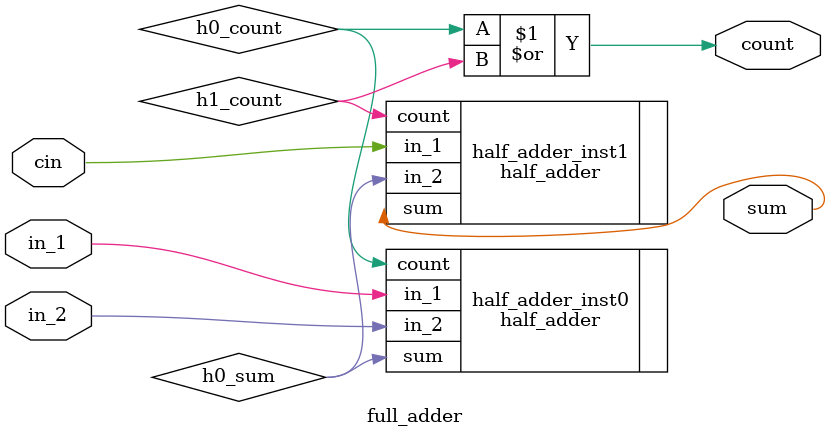
<source format=v>
module  full_adder
(
    input   wire    in_1,
    input   wire    in_2,
    input   wire    cin,
    output  wire    sum,
    output  wire    count
);

wire h0_sum ;
wire h0_count;
wire h1_count;
half_adder half_adder_inst0
(
    .in_1   (in_1),
    .in_2   (in_2),
    
    .sum    (h0_sum),
    .count  (h0_count)
);

half_adder half_adder_inst1
(
    .in_1   (cin),
    .in_2   (h0_sum),
    
    .sum    (sum),
    .count  (h1_count)
);

assign count = (h0_count | h1_count);
endmodule
</source>
